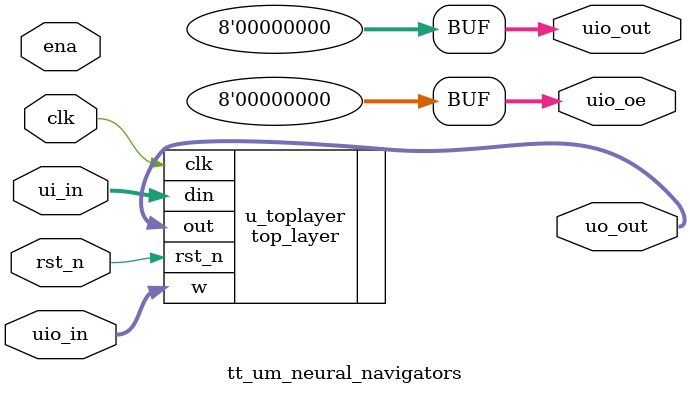
<source format=v>
/*
 * Copyright (c) 2024 Linyang Lee
 * SPDX-License-Identifier: Apache-2.0
 */

`default_nettype none

module tt_um_neural_navigators (
    input signed [7:0] ui_in,              // din, 8-bit data path; din
    input signed [7:0] uio_in,             // w, 8-bit data path; IOs; weight, w 
    output signed [7:0] uo_out,            // outreg, output; sum 
    output [7:0] uio_out,           // Output; IOs
    output [7:0] uio_oe,            // IOs: Enable path (active high: 0=input, 1=output)
    input  ena,                     // always 1 when the design is powered, so you can ignore it
    input  clk,                     // clock
    input  rst_n                    // reset_n - low to reset
);
  

    // Assign output pins
    assign uio_out = 0; 
    assign uio_oe  = 0;

    // Instantiate the neuron module
    top_layer u_toplayer (
        .clk(clk),
        .rst_n(rst_n),
        .din(ui_in),
        .w(uio_in),                         
        .out(uo_out)
    );

endmodule 
</source>
